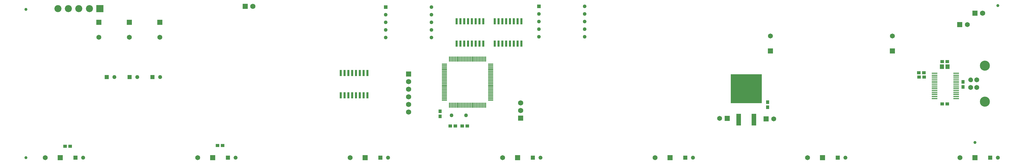
<source format=gbr>
G04 DipTrace 2.4.0.1*
%INTopMask.gbr*%
%MOIN*%
%ADD52C,0.0394*%
%ADD62C,0.05*%
%ADD64R,0.0729X0.0177*%
%ADD66R,0.0138X0.065*%
%ADD68R,0.065X0.0138*%
%ADD70R,0.4114X0.3839*%
%ADD72R,0.0611X0.1575*%
%ADD74R,0.0256X0.0807*%
%ADD76C,0.0926*%
%ADD80R,0.0926X0.0926*%
%ADD82C,0.0689*%
%ADD86R,0.0689X0.0689*%
%ADD90C,0.1319*%
%ADD92C,0.065*%
%ADD96C,0.0492*%
%ADD99R,0.0492X0.0492*%
%ADD101R,0.052X0.052*%
%ADD103C,0.052*%
%ADD104R,0.0532X0.0611*%
%ADD106R,0.0453X0.0414*%
%ADD108R,0.0414X0.0453*%
%ADD110C,0.065*%
%ADD111R,0.065X0.065*%
%FSLAX44Y44*%
G04*
G70*
G90*
G75*
G01*
%LNTopMask*%
%LPD*%
D111*
X102540Y10540D3*
D110*
X103540D3*
D111*
X97440Y10594D3*
D110*
X96440D3*
D108*
X102740Y12740D3*
Y12071D3*
D106*
X61790Y9615D3*
X61121D3*
X62665D3*
X63334D3*
X126307Y12487D3*
X125638D3*
D104*
X126357Y17407D3*
X125609D3*
D106*
X126297Y18067D3*
X125628D3*
X122603Y16027D3*
X123272D3*
D103*
X23040Y16040D3*
D101*
X22040D3*
D103*
X20040D3*
D101*
X19040D3*
D103*
X17040D3*
D101*
X16040D3*
D103*
X132940Y5440D3*
D101*
X131940D3*
D103*
X112940D3*
D101*
X111940D3*
D103*
X92940D3*
D101*
X91940D3*
D103*
X72940D3*
D101*
X71940D3*
D103*
X52940D3*
D101*
X51940D3*
D103*
X32940D3*
D101*
X31940D3*
D103*
X12940D3*
D101*
X11940D3*
D99*
X52640Y25240D3*
D96*
Y24240D3*
Y23240D3*
Y22240D3*
Y21240D3*
X58640D3*
Y22240D3*
Y23240D3*
Y24240D3*
Y25240D3*
D99*
X72740Y25340D3*
D96*
Y24340D3*
Y23340D3*
Y22340D3*
Y21340D3*
X78740D3*
Y22340D3*
Y23340D3*
Y24340D3*
Y25340D3*
G36*
X129693Y15791D2*
Y15542D1*
X129517Y15366D1*
X129268D1*
X129091Y15542D1*
Y15791D1*
X129268Y15968D1*
X129517D1*
X129693Y15791D1*
G37*
D92*
X129392Y14682D3*
X130180D3*
Y15667D3*
D90*
X131247Y12804D3*
Y17545D3*
D86*
X55640Y16440D3*
D82*
Y15440D3*
Y14440D3*
Y13440D3*
Y12440D3*
Y11440D3*
D86*
X129940Y24440D3*
D82*
X130940D3*
D86*
X70340Y10640D3*
D82*
Y11640D3*
Y12640D3*
D86*
X34210Y25320D3*
D82*
X35210D3*
D80*
X15140Y25040D3*
D76*
X13762D3*
X12384D3*
X11006D3*
X9628D3*
D108*
X128377Y15406D3*
Y14737D3*
X59790Y10865D3*
Y11534D3*
D106*
X123257Y16587D3*
X122588D3*
D74*
X61940Y20440D3*
X62440D3*
X62940D3*
X63440D3*
X63940D3*
X64440D3*
X64940D3*
X65440D3*
Y23353D3*
X64940D3*
X64440D3*
X63940D3*
X63440D3*
X62940D3*
X62440D3*
X61940D3*
X66940Y20440D3*
X67440D3*
X67940D3*
X68440D3*
X68940D3*
X69440D3*
X69940D3*
X70440D3*
Y23353D3*
X69940D3*
X69440D3*
X68940D3*
X68440D3*
X67940D3*
X67440D3*
X66940D3*
X46740Y13640D3*
X47240D3*
X47740D3*
X48240D3*
X48740D3*
X49240D3*
X49740D3*
X50240D3*
Y16553D3*
X49740D3*
X49240D3*
X48740D3*
X48240D3*
X47740D3*
X47240D3*
X46740D3*
D106*
X31240Y7040D3*
X30571D3*
X11240Y6940D3*
X10571D3*
D111*
X9940Y5440D3*
D92*
X7971D3*
D111*
X29940D3*
D92*
X27971D3*
D111*
X49940D3*
D92*
X47971D3*
D111*
X69940D3*
D92*
X67971D3*
D111*
X89940D3*
D92*
X87971D3*
D111*
X109940D3*
D92*
X107971D3*
D111*
X129940D3*
D92*
X127971D3*
D111*
X103124Y19456D3*
D92*
Y21424D3*
D111*
X15024Y23224D3*
D92*
Y21256D3*
D111*
X19024Y23224D3*
D92*
Y21256D3*
D111*
X23024Y23224D3*
D92*
Y21256D3*
D111*
X119124Y19456D3*
D92*
Y21424D3*
D72*
X98940Y10440D3*
X100940D3*
D70*
X99940Y14495D3*
D68*
X60340Y17740D3*
Y17543D3*
Y17346D3*
Y17149D3*
Y16953D3*
Y16756D3*
Y16559D3*
Y16362D3*
Y16165D3*
Y15968D3*
Y15771D3*
Y15575D3*
Y15378D3*
Y15181D3*
Y14984D3*
Y14787D3*
Y14590D3*
Y14394D3*
Y14197D3*
Y14000D3*
Y13803D3*
Y13606D3*
Y13409D3*
Y13212D3*
Y13016D3*
D66*
X61009Y12346D3*
X61206D3*
X61403D3*
X61600D3*
X61797D3*
X61994D3*
X62190D3*
X62387D3*
X62584D3*
X62781D3*
X62978D3*
X63175D3*
X63371D3*
X63568D3*
X63765D3*
X63962D3*
X64159D3*
X64356D3*
X64553D3*
X64749D3*
X64946D3*
X65143D3*
X65340D3*
X65537D3*
X65734D3*
D68*
X66403Y13016D3*
Y13212D3*
Y13409D3*
Y13606D3*
Y13803D3*
Y14000D3*
Y14197D3*
Y14394D3*
Y14590D3*
Y14787D3*
Y14984D3*
Y15181D3*
Y15378D3*
Y15575D3*
Y15771D3*
Y15968D3*
Y16165D3*
Y16362D3*
Y16559D3*
Y16756D3*
Y16953D3*
Y17149D3*
Y17346D3*
Y17543D3*
Y17740D3*
D66*
X65734Y18409D3*
X65537D3*
X65340D3*
X65143D3*
X64946D3*
X64749D3*
X64553D3*
X64356D3*
X64159D3*
X63962D3*
X63765D3*
X63568D3*
X63371D3*
X63175D3*
X62978D3*
X62781D3*
X62584D3*
X62387D3*
X62190D3*
X61994D3*
X61797D3*
X61600D3*
X61403D3*
X61206D3*
X61009D3*
D64*
X124640Y16540D3*
Y16284D3*
Y16028D3*
Y15772D3*
Y15516D3*
Y15260D3*
Y15005D3*
Y14749D3*
Y14493D3*
Y14237D3*
Y13981D3*
Y13725D3*
Y13469D3*
Y13213D3*
X127475D3*
Y13469D3*
Y13725D3*
Y13981D3*
Y14237D3*
Y14493D3*
Y14749D3*
Y15005D3*
Y15260D3*
Y15516D3*
Y15772D3*
Y16028D3*
Y16284D3*
Y16540D3*
D62*
X61290Y10990D3*
X63190D3*
D52*
X5440Y24940D3*
Y5440D3*
X132940Y25440D3*
D111*
X127940Y22940D3*
D110*
X128940D3*
D52*
X129940Y7440D3*
M02*

</source>
